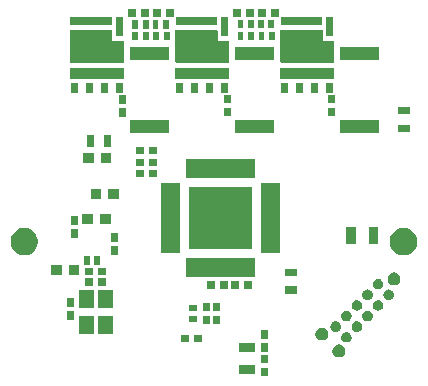
<source format=gbs>
G04 #@! TF.GenerationSoftware,KiCad,Pcbnew,(5.1.5)-3*
G04 #@! TF.CreationDate,2020-04-05T02:52:48-02:30*
G04 #@! TF.ProjectId,Thruster_Controller,54687275-7374-4657-925f-436f6e74726f,rev?*
G04 #@! TF.SameCoordinates,Original*
G04 #@! TF.FileFunction,Soldermask,Bot*
G04 #@! TF.FilePolarity,Negative*
%FSLAX46Y46*%
G04 Gerber Fmt 4.6, Leading zero omitted, Abs format (unit mm)*
G04 Created by KiCad (PCBNEW (5.1.5)-3) date 2020-04-05 02:52:48*
%MOMM*%
%LPD*%
G04 APERTURE LIST*
%ADD10C,0.100000*%
G04 APERTURE END LIST*
D10*
G36*
X104051000Y-115901000D02*
G01*
X103449000Y-115901000D01*
X103449000Y-115199000D01*
X104051000Y-115199000D01*
X104051000Y-115901000D01*
G37*
G36*
X102951000Y-115751000D02*
G01*
X101549000Y-115751000D01*
X101549000Y-114949000D01*
X102951000Y-114949000D01*
X102951000Y-115751000D01*
G37*
G36*
X104051000Y-114801000D02*
G01*
X103449000Y-114801000D01*
X103449000Y-114099000D01*
X104051000Y-114099000D01*
X104051000Y-114801000D01*
G37*
G36*
X110183694Y-113237191D02*
G01*
X110283114Y-113278372D01*
X110372590Y-113338158D01*
X110448683Y-113414251D01*
X110508469Y-113503727D01*
X110549650Y-113603147D01*
X110570644Y-113708691D01*
X110570644Y-113816303D01*
X110549650Y-113921847D01*
X110508469Y-114021267D01*
X110448683Y-114110743D01*
X110372590Y-114186836D01*
X110283114Y-114246622D01*
X110183694Y-114287803D01*
X110078150Y-114308797D01*
X109970538Y-114308797D01*
X109864994Y-114287803D01*
X109765574Y-114246622D01*
X109676098Y-114186836D01*
X109600005Y-114110743D01*
X109540219Y-114021267D01*
X109499038Y-113921847D01*
X109478044Y-113816303D01*
X109478044Y-113708691D01*
X109499038Y-113603147D01*
X109540219Y-113503727D01*
X109600005Y-113414251D01*
X109676098Y-113338158D01*
X109765574Y-113278372D01*
X109864994Y-113237191D01*
X109970538Y-113216197D01*
X110078150Y-113216197D01*
X110183694Y-113237191D01*
G37*
G36*
X102951000Y-113851000D02*
G01*
X101549000Y-113851000D01*
X101549000Y-113049000D01*
X102951000Y-113049000D01*
X102951000Y-113851000D01*
G37*
G36*
X104051000Y-113826000D02*
G01*
X103449000Y-113826000D01*
X103449000Y-113124000D01*
X104051000Y-113124000D01*
X104051000Y-113826000D01*
G37*
G36*
X110739719Y-112158909D02*
G01*
X110782676Y-112167453D01*
X110863607Y-112200976D01*
X110936442Y-112249643D01*
X110998383Y-112311584D01*
X111047050Y-112384419D01*
X111080573Y-112465350D01*
X111097662Y-112551265D01*
X111097662Y-112638863D01*
X111080573Y-112724778D01*
X111047050Y-112805709D01*
X110998383Y-112878544D01*
X110936442Y-112940485D01*
X110863607Y-112989152D01*
X110782676Y-113022675D01*
X110739718Y-113031220D01*
X110696763Y-113039764D01*
X110609161Y-113039764D01*
X110566206Y-113031220D01*
X110523248Y-113022675D01*
X110442317Y-112989152D01*
X110369482Y-112940485D01*
X110307541Y-112878544D01*
X110258874Y-112805709D01*
X110225351Y-112724778D01*
X110208262Y-112638863D01*
X110208262Y-112551265D01*
X110225351Y-112465350D01*
X110258874Y-112384419D01*
X110307541Y-112311584D01*
X110369482Y-112249643D01*
X110442317Y-112200976D01*
X110523248Y-112167453D01*
X110566205Y-112158909D01*
X110609161Y-112150364D01*
X110696763Y-112150364D01*
X110739719Y-112158909D01*
G37*
G36*
X98426000Y-113026000D02*
G01*
X97724000Y-113026000D01*
X97724000Y-112424000D01*
X98426000Y-112424000D01*
X98426000Y-113026000D01*
G37*
G36*
X97326000Y-113026000D02*
G01*
X96624000Y-113026000D01*
X96624000Y-112424000D01*
X97326000Y-112424000D01*
X97326000Y-113026000D01*
G37*
G36*
X108746853Y-111800350D02*
G01*
X108846273Y-111841531D01*
X108935749Y-111901317D01*
X109011842Y-111977410D01*
X109071628Y-112066886D01*
X109112809Y-112166306D01*
X109133803Y-112271850D01*
X109133803Y-112379462D01*
X109112809Y-112485006D01*
X109071628Y-112584426D01*
X109011842Y-112673902D01*
X108935749Y-112749995D01*
X108846273Y-112809781D01*
X108746853Y-112850962D01*
X108641309Y-112871956D01*
X108533697Y-112871956D01*
X108428153Y-112850962D01*
X108328733Y-112809781D01*
X108239257Y-112749995D01*
X108163164Y-112673902D01*
X108103378Y-112584426D01*
X108062197Y-112485006D01*
X108041203Y-112379462D01*
X108041203Y-112271850D01*
X108062197Y-112166306D01*
X108103378Y-112066886D01*
X108163164Y-111977410D01*
X108239257Y-111901317D01*
X108328733Y-111841531D01*
X108428153Y-111800350D01*
X108533697Y-111779356D01*
X108641309Y-111779356D01*
X108746853Y-111800350D01*
G37*
G36*
X104051000Y-112726000D02*
G01*
X103449000Y-112726000D01*
X103449000Y-112024000D01*
X104051000Y-112024000D01*
X104051000Y-112726000D01*
G37*
G36*
X89276000Y-112326000D02*
G01*
X88024000Y-112326000D01*
X88024000Y-110824000D01*
X89276000Y-110824000D01*
X89276000Y-112326000D01*
G37*
G36*
X90876000Y-112326000D02*
G01*
X89624000Y-112326000D01*
X89624000Y-110824000D01*
X90876000Y-110824000D01*
X90876000Y-112326000D01*
G37*
G36*
X111637743Y-111260882D02*
G01*
X111680701Y-111269427D01*
X111761632Y-111302950D01*
X111834467Y-111351617D01*
X111896408Y-111413558D01*
X111945075Y-111486393D01*
X111978598Y-111567324D01*
X111995687Y-111653239D01*
X111995687Y-111740837D01*
X111978598Y-111826752D01*
X111945075Y-111907683D01*
X111896408Y-111980518D01*
X111834467Y-112042459D01*
X111761632Y-112091126D01*
X111680701Y-112124649D01*
X111637744Y-112133193D01*
X111594788Y-112141738D01*
X111507186Y-112141738D01*
X111464230Y-112133193D01*
X111421273Y-112124649D01*
X111340342Y-112091126D01*
X111267507Y-112042459D01*
X111205566Y-111980518D01*
X111156899Y-111907683D01*
X111123376Y-111826752D01*
X111106287Y-111740837D01*
X111106287Y-111653239D01*
X111123376Y-111567324D01*
X111156899Y-111486393D01*
X111205566Y-111413558D01*
X111267507Y-111351617D01*
X111340342Y-111302950D01*
X111421273Y-111269427D01*
X111464231Y-111260882D01*
X111507186Y-111252338D01*
X111594788Y-111252338D01*
X111637743Y-111260882D01*
G37*
G36*
X109841692Y-111260882D02*
G01*
X109884650Y-111269427D01*
X109965581Y-111302950D01*
X110038416Y-111351617D01*
X110100357Y-111413558D01*
X110149024Y-111486393D01*
X110182547Y-111567324D01*
X110199636Y-111653239D01*
X110199636Y-111740837D01*
X110182547Y-111826752D01*
X110149024Y-111907683D01*
X110100357Y-111980518D01*
X110038416Y-112042459D01*
X109965581Y-112091126D01*
X109884650Y-112124649D01*
X109841693Y-112133193D01*
X109798737Y-112141738D01*
X109711135Y-112141738D01*
X109668179Y-112133193D01*
X109625222Y-112124649D01*
X109544291Y-112091126D01*
X109471456Y-112042459D01*
X109409515Y-111980518D01*
X109360848Y-111907683D01*
X109327325Y-111826752D01*
X109310236Y-111740837D01*
X109310236Y-111653239D01*
X109327325Y-111567324D01*
X109360848Y-111486393D01*
X109409515Y-111413558D01*
X109471456Y-111351617D01*
X109544291Y-111302950D01*
X109625222Y-111269427D01*
X109668180Y-111260882D01*
X109711135Y-111252338D01*
X109798737Y-111252338D01*
X109841692Y-111260882D01*
G37*
G36*
X99126000Y-111501000D02*
G01*
X98524000Y-111501000D01*
X98524000Y-110799000D01*
X99126000Y-110799000D01*
X99126000Y-111501000D01*
G37*
G36*
X100001000Y-111501000D02*
G01*
X99399000Y-111501000D01*
X99399000Y-110799000D01*
X100001000Y-110799000D01*
X100001000Y-111501000D01*
G37*
G36*
X98051000Y-111276000D02*
G01*
X97349000Y-111276000D01*
X97349000Y-110774000D01*
X98051000Y-110774000D01*
X98051000Y-111276000D01*
G37*
G36*
X110739718Y-110362857D02*
G01*
X110782676Y-110371402D01*
X110863607Y-110404925D01*
X110936442Y-110453592D01*
X110998383Y-110515533D01*
X111047050Y-110588368D01*
X111080573Y-110669299D01*
X111097662Y-110755214D01*
X111097662Y-110842812D01*
X111080573Y-110928727D01*
X111047050Y-111009658D01*
X110998383Y-111082493D01*
X110936442Y-111144434D01*
X110863607Y-111193101D01*
X110782676Y-111226624D01*
X110739718Y-111235169D01*
X110696763Y-111243713D01*
X110609161Y-111243713D01*
X110566206Y-111235169D01*
X110523248Y-111226624D01*
X110442317Y-111193101D01*
X110369482Y-111144434D01*
X110307541Y-111082493D01*
X110258874Y-111009658D01*
X110225351Y-110928727D01*
X110208262Y-110842812D01*
X110208262Y-110755214D01*
X110225351Y-110669299D01*
X110258874Y-110588368D01*
X110307541Y-110515533D01*
X110369482Y-110453592D01*
X110442317Y-110404925D01*
X110523248Y-110371402D01*
X110566206Y-110362857D01*
X110609161Y-110354313D01*
X110696763Y-110354313D01*
X110739718Y-110362857D01*
G37*
G36*
X112535769Y-110362857D02*
G01*
X112578727Y-110371402D01*
X112659658Y-110404925D01*
X112732493Y-110453592D01*
X112794434Y-110515533D01*
X112843101Y-110588368D01*
X112876624Y-110669299D01*
X112893713Y-110755214D01*
X112893713Y-110842812D01*
X112876624Y-110928727D01*
X112843101Y-111009658D01*
X112794434Y-111082493D01*
X112732493Y-111144434D01*
X112659658Y-111193101D01*
X112578727Y-111226624D01*
X112535769Y-111235169D01*
X112492814Y-111243713D01*
X112405212Y-111243713D01*
X112362257Y-111235169D01*
X112319299Y-111226624D01*
X112238368Y-111193101D01*
X112165533Y-111144434D01*
X112103592Y-111082493D01*
X112054925Y-111009658D01*
X112021402Y-110928727D01*
X112004313Y-110842812D01*
X112004313Y-110755214D01*
X112021402Y-110669299D01*
X112054925Y-110588368D01*
X112103592Y-110515533D01*
X112165533Y-110453592D01*
X112238368Y-110404925D01*
X112319299Y-110371402D01*
X112362257Y-110362857D01*
X112405212Y-110354313D01*
X112492814Y-110354313D01*
X112535769Y-110362857D01*
G37*
G36*
X87576000Y-111101000D02*
G01*
X86974000Y-111101000D01*
X86974000Y-110399000D01*
X87576000Y-110399000D01*
X87576000Y-111101000D01*
G37*
G36*
X100001000Y-110401000D02*
G01*
X99399000Y-110401000D01*
X99399000Y-109699000D01*
X100001000Y-109699000D01*
X100001000Y-110401000D01*
G37*
G36*
X99126000Y-110401000D02*
G01*
X98524000Y-110401000D01*
X98524000Y-109699000D01*
X99126000Y-109699000D01*
X99126000Y-110401000D01*
G37*
G36*
X98051000Y-110376000D02*
G01*
X97349000Y-110376000D01*
X97349000Y-109874000D01*
X98051000Y-109874000D01*
X98051000Y-110376000D01*
G37*
G36*
X113433794Y-109464831D02*
G01*
X113476752Y-109473376D01*
X113557683Y-109506899D01*
X113630518Y-109555566D01*
X113692459Y-109617507D01*
X113741126Y-109690342D01*
X113774649Y-109771273D01*
X113791738Y-109857188D01*
X113791738Y-109944786D01*
X113774649Y-110030701D01*
X113741126Y-110111632D01*
X113692459Y-110184467D01*
X113630518Y-110246408D01*
X113557683Y-110295075D01*
X113476752Y-110328598D01*
X113433795Y-110337142D01*
X113390839Y-110345687D01*
X113303237Y-110345687D01*
X113260281Y-110337142D01*
X113217324Y-110328598D01*
X113136393Y-110295075D01*
X113063558Y-110246408D01*
X113001617Y-110184467D01*
X112952950Y-110111632D01*
X112919427Y-110030701D01*
X112902338Y-109944786D01*
X112902338Y-109857188D01*
X112919427Y-109771273D01*
X112952950Y-109690342D01*
X113001617Y-109617507D01*
X113063558Y-109555566D01*
X113136393Y-109506899D01*
X113217324Y-109473376D01*
X113260282Y-109464831D01*
X113303237Y-109456287D01*
X113390839Y-109456287D01*
X113433794Y-109464831D01*
G37*
G36*
X111637743Y-109464831D02*
G01*
X111680701Y-109473376D01*
X111761632Y-109506899D01*
X111834467Y-109555566D01*
X111896408Y-109617507D01*
X111945075Y-109690342D01*
X111978598Y-109771273D01*
X111995687Y-109857188D01*
X111995687Y-109944786D01*
X111978598Y-110030701D01*
X111945075Y-110111632D01*
X111896408Y-110184467D01*
X111834467Y-110246408D01*
X111761632Y-110295075D01*
X111680701Y-110328598D01*
X111637744Y-110337142D01*
X111594788Y-110345687D01*
X111507186Y-110345687D01*
X111464230Y-110337142D01*
X111421273Y-110328598D01*
X111340342Y-110295075D01*
X111267507Y-110246408D01*
X111205566Y-110184467D01*
X111156899Y-110111632D01*
X111123376Y-110030701D01*
X111106287Y-109944786D01*
X111106287Y-109857188D01*
X111123376Y-109771273D01*
X111156899Y-109690342D01*
X111205566Y-109617507D01*
X111267507Y-109555566D01*
X111340342Y-109506899D01*
X111421273Y-109473376D01*
X111464231Y-109464831D01*
X111507186Y-109456287D01*
X111594788Y-109456287D01*
X111637743Y-109464831D01*
G37*
G36*
X89276000Y-110126000D02*
G01*
X88024000Y-110126000D01*
X88024000Y-108624000D01*
X89276000Y-108624000D01*
X89276000Y-110126000D01*
G37*
G36*
X90876000Y-110126000D02*
G01*
X89624000Y-110126000D01*
X89624000Y-108624000D01*
X90876000Y-108624000D01*
X90876000Y-110126000D01*
G37*
G36*
X87576000Y-110001000D02*
G01*
X86974000Y-110001000D01*
X86974000Y-109299000D01*
X87576000Y-109299000D01*
X87576000Y-110001000D01*
G37*
G36*
X112535770Y-108566807D02*
G01*
X112578727Y-108575351D01*
X112659658Y-108608874D01*
X112732493Y-108657541D01*
X112794434Y-108719482D01*
X112843101Y-108792317D01*
X112876624Y-108873248D01*
X112893713Y-108959163D01*
X112893713Y-109046761D01*
X112876624Y-109132676D01*
X112843101Y-109213607D01*
X112794434Y-109286442D01*
X112732493Y-109348383D01*
X112659658Y-109397050D01*
X112578727Y-109430573D01*
X112535769Y-109439118D01*
X112492814Y-109447662D01*
X112405212Y-109447662D01*
X112362257Y-109439118D01*
X112319299Y-109430573D01*
X112238368Y-109397050D01*
X112165533Y-109348383D01*
X112103592Y-109286442D01*
X112054925Y-109213607D01*
X112021402Y-109132676D01*
X112004313Y-109046761D01*
X112004313Y-108959163D01*
X112021402Y-108873248D01*
X112054925Y-108792317D01*
X112103592Y-108719482D01*
X112165533Y-108657541D01*
X112238368Y-108608874D01*
X112319299Y-108575351D01*
X112362256Y-108566807D01*
X112405212Y-108558262D01*
X112492814Y-108558262D01*
X112535770Y-108566807D01*
G37*
G36*
X114331821Y-108566807D02*
G01*
X114374778Y-108575351D01*
X114455709Y-108608874D01*
X114528544Y-108657541D01*
X114590485Y-108719482D01*
X114639152Y-108792317D01*
X114672675Y-108873248D01*
X114689764Y-108959163D01*
X114689764Y-109046761D01*
X114672675Y-109132676D01*
X114639152Y-109213607D01*
X114590485Y-109286442D01*
X114528544Y-109348383D01*
X114455709Y-109397050D01*
X114374778Y-109430573D01*
X114331820Y-109439118D01*
X114288865Y-109447662D01*
X114201263Y-109447662D01*
X114158308Y-109439118D01*
X114115350Y-109430573D01*
X114034419Y-109397050D01*
X113961584Y-109348383D01*
X113899643Y-109286442D01*
X113850976Y-109213607D01*
X113817453Y-109132676D01*
X113800364Y-109046761D01*
X113800364Y-108959163D01*
X113817453Y-108873248D01*
X113850976Y-108792317D01*
X113899643Y-108719482D01*
X113961584Y-108657541D01*
X114034419Y-108608874D01*
X114115350Y-108575351D01*
X114158307Y-108566807D01*
X114201263Y-108558262D01*
X114288865Y-108558262D01*
X114331821Y-108566807D01*
G37*
G36*
X106476000Y-108901000D02*
G01*
X105474000Y-108901000D01*
X105474000Y-108299000D01*
X106476000Y-108299000D01*
X106476000Y-108901000D01*
G37*
G36*
X113433794Y-107668780D02*
G01*
X113476752Y-107677325D01*
X113557683Y-107710848D01*
X113630518Y-107759515D01*
X113692459Y-107821456D01*
X113741126Y-107894291D01*
X113774649Y-107975222D01*
X113791738Y-108061137D01*
X113791738Y-108148735D01*
X113774649Y-108234650D01*
X113741126Y-108315581D01*
X113692459Y-108388416D01*
X113630518Y-108450357D01*
X113557683Y-108499024D01*
X113476752Y-108532547D01*
X113433794Y-108541092D01*
X113390839Y-108549636D01*
X113303237Y-108549636D01*
X113260282Y-108541092D01*
X113217324Y-108532547D01*
X113136393Y-108499024D01*
X113063558Y-108450357D01*
X113001617Y-108388416D01*
X112952950Y-108315581D01*
X112919427Y-108234650D01*
X112902338Y-108148735D01*
X112902338Y-108061137D01*
X112919427Y-107975222D01*
X112952950Y-107894291D01*
X113001617Y-107821456D01*
X113063558Y-107759515D01*
X113136393Y-107710848D01*
X113217324Y-107677325D01*
X113260282Y-107668780D01*
X113303237Y-107660236D01*
X113390839Y-107660236D01*
X113433794Y-107668780D01*
G37*
G36*
X102701000Y-108476000D02*
G01*
X101999000Y-108476000D01*
X101999000Y-107874000D01*
X102701000Y-107874000D01*
X102701000Y-108476000D01*
G37*
G36*
X99526000Y-108476000D02*
G01*
X98824000Y-108476000D01*
X98824000Y-107874000D01*
X99526000Y-107874000D01*
X99526000Y-108476000D01*
G37*
G36*
X101601000Y-108476000D02*
G01*
X100899000Y-108476000D01*
X100899000Y-107874000D01*
X101601000Y-107874000D01*
X101601000Y-108476000D01*
G37*
G36*
X100626000Y-108476000D02*
G01*
X99924000Y-108476000D01*
X99924000Y-107874000D01*
X100626000Y-107874000D01*
X100626000Y-108476000D01*
G37*
G36*
X90326000Y-108226000D02*
G01*
X89624000Y-108226000D01*
X89624000Y-107624000D01*
X90326000Y-107624000D01*
X90326000Y-108226000D01*
G37*
G36*
X89226000Y-108226000D02*
G01*
X88524000Y-108226000D01*
X88524000Y-107624000D01*
X89226000Y-107624000D01*
X89226000Y-108226000D01*
G37*
G36*
X114853427Y-107130617D02*
G01*
X114952847Y-107171798D01*
X115042323Y-107231584D01*
X115118416Y-107307677D01*
X115178202Y-107397153D01*
X115219383Y-107496573D01*
X115240377Y-107602117D01*
X115240377Y-107709729D01*
X115219383Y-107815273D01*
X115178202Y-107914693D01*
X115118416Y-108004169D01*
X115042323Y-108080262D01*
X114952847Y-108140048D01*
X114853427Y-108181229D01*
X114747883Y-108202223D01*
X114640271Y-108202223D01*
X114534727Y-108181229D01*
X114435307Y-108140048D01*
X114345831Y-108080262D01*
X114269738Y-108004169D01*
X114209952Y-107914693D01*
X114168771Y-107815273D01*
X114147777Y-107709729D01*
X114147777Y-107602117D01*
X114168771Y-107496573D01*
X114209952Y-107397153D01*
X114269738Y-107307677D01*
X114345831Y-107231584D01*
X114435307Y-107171798D01*
X114534727Y-107130617D01*
X114640271Y-107109623D01*
X114747883Y-107109623D01*
X114853427Y-107130617D01*
G37*
G36*
X102951000Y-107501000D02*
G01*
X97049000Y-107501000D01*
X97049000Y-105899000D01*
X102951000Y-105899000D01*
X102951000Y-107501000D01*
G37*
G36*
X106476000Y-107401000D02*
G01*
X105474000Y-107401000D01*
X105474000Y-106799000D01*
X106476000Y-106799000D01*
X106476000Y-107401000D01*
G37*
G36*
X90351000Y-107351000D02*
G01*
X89649000Y-107351000D01*
X89649000Y-106749000D01*
X90351000Y-106749000D01*
X90351000Y-107351000D01*
G37*
G36*
X89251000Y-107351000D02*
G01*
X88549000Y-107351000D01*
X88549000Y-106749000D01*
X89251000Y-106749000D01*
X89251000Y-107351000D01*
G37*
G36*
X88051000Y-107326000D02*
G01*
X87149000Y-107326000D01*
X87149000Y-106474000D01*
X88051000Y-106474000D01*
X88051000Y-107326000D01*
G37*
G36*
X86551000Y-107326000D02*
G01*
X85649000Y-107326000D01*
X85649000Y-106474000D01*
X86551000Y-106474000D01*
X86551000Y-107326000D01*
G37*
G36*
X88926000Y-106451000D02*
G01*
X88424000Y-106451000D01*
X88424000Y-105749000D01*
X88926000Y-105749000D01*
X88926000Y-106451000D01*
G37*
G36*
X89826000Y-106451000D02*
G01*
X89324000Y-106451000D01*
X89324000Y-105749000D01*
X89826000Y-105749000D01*
X89826000Y-106451000D01*
G37*
G36*
X115687487Y-103363744D02*
G01*
X115835734Y-103393232D01*
X116045203Y-103479997D01*
X116233720Y-103605960D01*
X116394040Y-103766280D01*
X116520003Y-103954797D01*
X116606768Y-104164266D01*
X116651000Y-104386636D01*
X116651000Y-104613364D01*
X116606768Y-104835734D01*
X116520003Y-105045203D01*
X116394040Y-105233720D01*
X116233720Y-105394040D01*
X116045203Y-105520003D01*
X115835734Y-105606768D01*
X115687487Y-105636256D01*
X115613365Y-105651000D01*
X115386635Y-105651000D01*
X115312513Y-105636256D01*
X115164266Y-105606768D01*
X114954797Y-105520003D01*
X114766280Y-105394040D01*
X114605960Y-105233720D01*
X114479997Y-105045203D01*
X114393232Y-104835734D01*
X114349000Y-104613364D01*
X114349000Y-104386636D01*
X114393232Y-104164266D01*
X114479997Y-103954797D01*
X114605960Y-103766280D01*
X114766280Y-103605960D01*
X114954797Y-103479997D01*
X115164266Y-103393232D01*
X115312513Y-103363744D01*
X115386635Y-103349000D01*
X115613365Y-103349000D01*
X115687487Y-103363744D01*
G37*
G36*
X83587487Y-103363744D02*
G01*
X83735734Y-103393232D01*
X83945203Y-103479997D01*
X84133720Y-103605960D01*
X84294040Y-103766280D01*
X84420003Y-103954797D01*
X84506768Y-104164266D01*
X84551000Y-104386636D01*
X84551000Y-104613364D01*
X84506768Y-104835734D01*
X84420003Y-105045203D01*
X84294040Y-105233720D01*
X84133720Y-105394040D01*
X83945203Y-105520003D01*
X83735734Y-105606768D01*
X83587487Y-105636256D01*
X83513365Y-105651000D01*
X83286635Y-105651000D01*
X83212513Y-105636256D01*
X83064266Y-105606768D01*
X82854797Y-105520003D01*
X82666280Y-105394040D01*
X82505960Y-105233720D01*
X82379997Y-105045203D01*
X82293232Y-104835734D01*
X82249000Y-104613364D01*
X82249000Y-104386636D01*
X82293232Y-104164266D01*
X82379997Y-103954797D01*
X82505960Y-103766280D01*
X82666280Y-103605960D01*
X82854797Y-103479997D01*
X83064266Y-103393232D01*
X83212513Y-103363744D01*
X83286635Y-103349000D01*
X83513365Y-103349000D01*
X83587487Y-103363744D01*
G37*
G36*
X91301000Y-105601000D02*
G01*
X90699000Y-105601000D01*
X90699000Y-104899000D01*
X91301000Y-104899000D01*
X91301000Y-105601000D01*
G37*
G36*
X96601000Y-105451000D02*
G01*
X94999000Y-105451000D01*
X94999000Y-99549000D01*
X96601000Y-99549000D01*
X96601000Y-105451000D01*
G37*
G36*
X105001000Y-105451000D02*
G01*
X103399000Y-105451000D01*
X103399000Y-99549000D01*
X105001000Y-99549000D01*
X105001000Y-105451000D01*
G37*
G36*
X102636000Y-105136000D02*
G01*
X97364000Y-105136000D01*
X97364000Y-99864000D01*
X102636000Y-99864000D01*
X102636000Y-105136000D01*
G37*
G36*
X111451000Y-104711000D02*
G01*
X110649000Y-104711000D01*
X110649000Y-103309000D01*
X111451000Y-103309000D01*
X111451000Y-104711000D01*
G37*
G36*
X113351000Y-104711000D02*
G01*
X112549000Y-104711000D01*
X112549000Y-103309000D01*
X113351000Y-103309000D01*
X113351000Y-104711000D01*
G37*
G36*
X91301000Y-104501000D02*
G01*
X90699000Y-104501000D01*
X90699000Y-103799000D01*
X91301000Y-103799000D01*
X91301000Y-104501000D01*
G37*
G36*
X87976000Y-104176000D02*
G01*
X87374000Y-104176000D01*
X87374000Y-103474000D01*
X87976000Y-103474000D01*
X87976000Y-104176000D01*
G37*
G36*
X87976000Y-103076000D02*
G01*
X87374000Y-103076000D01*
X87374000Y-102374000D01*
X87976000Y-102374000D01*
X87976000Y-103076000D01*
G37*
G36*
X90701000Y-103051000D02*
G01*
X89799000Y-103051000D01*
X89799000Y-102199000D01*
X90701000Y-102199000D01*
X90701000Y-103051000D01*
G37*
G36*
X89201000Y-103051000D02*
G01*
X88299000Y-103051000D01*
X88299000Y-102199000D01*
X89201000Y-102199000D01*
X89201000Y-103051000D01*
G37*
G36*
X89901000Y-100901000D02*
G01*
X88999000Y-100901000D01*
X88999000Y-100049000D01*
X89901000Y-100049000D01*
X89901000Y-100901000D01*
G37*
G36*
X91401000Y-100901000D02*
G01*
X90499000Y-100901000D01*
X90499000Y-100049000D01*
X91401000Y-100049000D01*
X91401000Y-100901000D01*
G37*
G36*
X102951000Y-99101000D02*
G01*
X97049000Y-99101000D01*
X97049000Y-97499000D01*
X102951000Y-97499000D01*
X102951000Y-99101000D01*
G37*
G36*
X93551000Y-99051000D02*
G01*
X92849000Y-99051000D01*
X92849000Y-98449000D01*
X93551000Y-98449000D01*
X93551000Y-99051000D01*
G37*
G36*
X94651000Y-99051000D02*
G01*
X93949000Y-99051000D01*
X93949000Y-98449000D01*
X94651000Y-98449000D01*
X94651000Y-99051000D01*
G37*
G36*
X94651000Y-98076000D02*
G01*
X93949000Y-98076000D01*
X93949000Y-97474000D01*
X94651000Y-97474000D01*
X94651000Y-98076000D01*
G37*
G36*
X93551000Y-98076000D02*
G01*
X92849000Y-98076000D01*
X92849000Y-97474000D01*
X93551000Y-97474000D01*
X93551000Y-98076000D01*
G37*
G36*
X89276000Y-97851000D02*
G01*
X88374000Y-97851000D01*
X88374000Y-96999000D01*
X89276000Y-96999000D01*
X89276000Y-97851000D01*
G37*
G36*
X90776000Y-97851000D02*
G01*
X89874000Y-97851000D01*
X89874000Y-96999000D01*
X90776000Y-96999000D01*
X90776000Y-97851000D01*
G37*
G36*
X94651000Y-97101000D02*
G01*
X93949000Y-97101000D01*
X93949000Y-96499000D01*
X94651000Y-96499000D01*
X94651000Y-97101000D01*
G37*
G36*
X93551000Y-97101000D02*
G01*
X92849000Y-97101000D01*
X92849000Y-96499000D01*
X93551000Y-96499000D01*
X93551000Y-97101000D01*
G37*
G36*
X90776000Y-96501000D02*
G01*
X90174000Y-96501000D01*
X90174000Y-95499000D01*
X90776000Y-95499000D01*
X90776000Y-96501000D01*
G37*
G36*
X89276000Y-96501000D02*
G01*
X88674000Y-96501000D01*
X88674000Y-95499000D01*
X89276000Y-95499000D01*
X89276000Y-96501000D01*
G37*
G36*
X95651000Y-95301000D02*
G01*
X92349000Y-95301000D01*
X92349000Y-94199000D01*
X95651000Y-94199000D01*
X95651000Y-95301000D01*
G37*
G36*
X113451000Y-95301000D02*
G01*
X110149000Y-95301000D01*
X110149000Y-94199000D01*
X113451000Y-94199000D01*
X113451000Y-95301000D01*
G37*
G36*
X104551000Y-95301000D02*
G01*
X101249000Y-95301000D01*
X101249000Y-94199000D01*
X104551000Y-94199000D01*
X104551000Y-95301000D01*
G37*
G36*
X116031000Y-95201000D02*
G01*
X115029000Y-95201000D01*
X115029000Y-94599000D01*
X116031000Y-94599000D01*
X116031000Y-95201000D01*
G37*
G36*
X91976000Y-93926000D02*
G01*
X91374000Y-93926000D01*
X91374000Y-93224000D01*
X91976000Y-93224000D01*
X91976000Y-93926000D01*
G37*
G36*
X109726000Y-93901000D02*
G01*
X109124000Y-93901000D01*
X109124000Y-93199000D01*
X109726000Y-93199000D01*
X109726000Y-93901000D01*
G37*
G36*
X100876000Y-93901000D02*
G01*
X100274000Y-93901000D01*
X100274000Y-93199000D01*
X100876000Y-93199000D01*
X100876000Y-93901000D01*
G37*
G36*
X116031000Y-93701000D02*
G01*
X115029000Y-93701000D01*
X115029000Y-93099000D01*
X116031000Y-93099000D01*
X116031000Y-93701000D01*
G37*
G36*
X91976000Y-92826000D02*
G01*
X91374000Y-92826000D01*
X91374000Y-92124000D01*
X91976000Y-92124000D01*
X91976000Y-92826000D01*
G37*
G36*
X100876000Y-92801000D02*
G01*
X100274000Y-92801000D01*
X100274000Y-92099000D01*
X100876000Y-92099000D01*
X100876000Y-92801000D01*
G37*
G36*
X109726000Y-92801000D02*
G01*
X109124000Y-92801000D01*
X109124000Y-92099000D01*
X109726000Y-92099000D01*
X109726000Y-92801000D01*
G37*
G36*
X89199690Y-91095625D02*
G01*
X89203437Y-91096762D01*
X89206891Y-91098607D01*
X89209913Y-91101087D01*
X89212393Y-91104109D01*
X89214238Y-91107563D01*
X89215375Y-91111310D01*
X89216000Y-91117654D01*
X89216000Y-91874346D01*
X89215375Y-91880690D01*
X89214238Y-91884437D01*
X89212393Y-91887891D01*
X89209913Y-91890913D01*
X89206891Y-91893393D01*
X89203437Y-91895238D01*
X89199690Y-91896375D01*
X89193346Y-91897000D01*
X88636654Y-91897000D01*
X88630310Y-91896375D01*
X88626563Y-91895238D01*
X88623109Y-91893393D01*
X88620087Y-91890913D01*
X88617607Y-91887891D01*
X88615762Y-91884437D01*
X88614625Y-91880690D01*
X88614000Y-91874346D01*
X88614000Y-91117654D01*
X88614625Y-91111310D01*
X88615762Y-91107563D01*
X88617607Y-91104109D01*
X88620087Y-91101087D01*
X88623109Y-91098607D01*
X88626563Y-91096762D01*
X88630310Y-91095625D01*
X88636654Y-91095000D01*
X89193346Y-91095000D01*
X89199690Y-91095625D01*
G37*
G36*
X100639690Y-91095625D02*
G01*
X100643437Y-91096762D01*
X100646891Y-91098607D01*
X100649913Y-91101087D01*
X100652393Y-91104109D01*
X100654238Y-91107563D01*
X100655375Y-91111310D01*
X100656000Y-91117654D01*
X100656000Y-91874346D01*
X100655375Y-91880690D01*
X100654238Y-91884437D01*
X100652393Y-91887891D01*
X100649913Y-91890913D01*
X100646891Y-91893393D01*
X100643437Y-91895238D01*
X100639690Y-91896375D01*
X100633346Y-91897000D01*
X100076654Y-91897000D01*
X100070310Y-91896375D01*
X100066563Y-91895238D01*
X100063109Y-91893393D01*
X100060087Y-91890913D01*
X100057607Y-91887891D01*
X100055762Y-91884437D01*
X100054625Y-91880690D01*
X100054000Y-91874346D01*
X100054000Y-91117654D01*
X100054625Y-91111310D01*
X100055762Y-91107563D01*
X100057607Y-91104109D01*
X100060087Y-91101087D01*
X100063109Y-91098607D01*
X100066563Y-91096762D01*
X100070310Y-91095625D01*
X100076654Y-91095000D01*
X100633346Y-91095000D01*
X100639690Y-91095625D01*
G37*
G36*
X90469690Y-91095625D02*
G01*
X90473437Y-91096762D01*
X90476891Y-91098607D01*
X90479913Y-91101087D01*
X90482393Y-91104109D01*
X90484238Y-91107563D01*
X90485375Y-91111310D01*
X90486000Y-91117654D01*
X90486000Y-91874346D01*
X90485375Y-91880690D01*
X90484238Y-91884437D01*
X90482393Y-91887891D01*
X90479913Y-91890913D01*
X90476891Y-91893393D01*
X90473437Y-91895238D01*
X90469690Y-91896375D01*
X90463346Y-91897000D01*
X89906654Y-91897000D01*
X89900310Y-91896375D01*
X89896563Y-91895238D01*
X89893109Y-91893393D01*
X89890087Y-91890913D01*
X89887607Y-91887891D01*
X89885762Y-91884437D01*
X89884625Y-91880690D01*
X89884000Y-91874346D01*
X89884000Y-91117654D01*
X89884625Y-91111310D01*
X89885762Y-91107563D01*
X89887607Y-91104109D01*
X89890087Y-91101087D01*
X89893109Y-91098607D01*
X89896563Y-91096762D01*
X89900310Y-91095625D01*
X89906654Y-91095000D01*
X90463346Y-91095000D01*
X90469690Y-91095625D01*
G37*
G36*
X87929690Y-91095625D02*
G01*
X87933437Y-91096762D01*
X87936891Y-91098607D01*
X87939913Y-91101087D01*
X87942393Y-91104109D01*
X87944238Y-91107563D01*
X87945375Y-91111310D01*
X87946000Y-91117654D01*
X87946000Y-91874346D01*
X87945375Y-91880690D01*
X87944238Y-91884437D01*
X87942393Y-91887891D01*
X87939913Y-91890913D01*
X87936891Y-91893393D01*
X87933437Y-91895238D01*
X87929690Y-91896375D01*
X87923346Y-91897000D01*
X87366654Y-91897000D01*
X87360310Y-91896375D01*
X87356563Y-91895238D01*
X87353109Y-91893393D01*
X87350087Y-91890913D01*
X87347607Y-91887891D01*
X87345762Y-91884437D01*
X87344625Y-91880690D01*
X87344000Y-91874346D01*
X87344000Y-91117654D01*
X87344625Y-91111310D01*
X87345762Y-91107563D01*
X87347607Y-91104109D01*
X87350087Y-91101087D01*
X87353109Y-91098607D01*
X87356563Y-91096762D01*
X87360310Y-91095625D01*
X87366654Y-91095000D01*
X87923346Y-91095000D01*
X87929690Y-91095625D01*
G37*
G36*
X91739690Y-91095625D02*
G01*
X91743437Y-91096762D01*
X91746891Y-91098607D01*
X91749913Y-91101087D01*
X91752393Y-91104109D01*
X91754238Y-91107563D01*
X91755375Y-91111310D01*
X91756000Y-91117654D01*
X91756000Y-91874346D01*
X91755375Y-91880690D01*
X91754238Y-91884437D01*
X91752393Y-91887891D01*
X91749913Y-91890913D01*
X91746891Y-91893393D01*
X91743437Y-91895238D01*
X91739690Y-91896375D01*
X91733346Y-91897000D01*
X91176654Y-91897000D01*
X91170310Y-91896375D01*
X91166563Y-91895238D01*
X91163109Y-91893393D01*
X91160087Y-91890913D01*
X91157607Y-91887891D01*
X91155762Y-91884437D01*
X91154625Y-91880690D01*
X91154000Y-91874346D01*
X91154000Y-91117654D01*
X91154625Y-91111310D01*
X91155762Y-91107563D01*
X91157607Y-91104109D01*
X91160087Y-91101087D01*
X91163109Y-91098607D01*
X91166563Y-91096762D01*
X91170310Y-91095625D01*
X91176654Y-91095000D01*
X91733346Y-91095000D01*
X91739690Y-91095625D01*
G37*
G36*
X109539690Y-91095625D02*
G01*
X109543437Y-91096762D01*
X109546891Y-91098607D01*
X109549913Y-91101087D01*
X109552393Y-91104109D01*
X109554238Y-91107563D01*
X109555375Y-91111310D01*
X109556000Y-91117654D01*
X109556000Y-91874346D01*
X109555375Y-91880690D01*
X109554238Y-91884437D01*
X109552393Y-91887891D01*
X109549913Y-91890913D01*
X109546891Y-91893393D01*
X109543437Y-91895238D01*
X109539690Y-91896375D01*
X109533346Y-91897000D01*
X108976654Y-91897000D01*
X108970310Y-91896375D01*
X108966563Y-91895238D01*
X108963109Y-91893393D01*
X108960087Y-91890913D01*
X108957607Y-91887891D01*
X108955762Y-91884437D01*
X108954625Y-91880690D01*
X108954000Y-91874346D01*
X108954000Y-91117654D01*
X108954625Y-91111310D01*
X108955762Y-91107563D01*
X108957607Y-91104109D01*
X108960087Y-91101087D01*
X108963109Y-91098607D01*
X108966563Y-91096762D01*
X108970310Y-91095625D01*
X108976654Y-91095000D01*
X109533346Y-91095000D01*
X109539690Y-91095625D01*
G37*
G36*
X98099690Y-91095625D02*
G01*
X98103437Y-91096762D01*
X98106891Y-91098607D01*
X98109913Y-91101087D01*
X98112393Y-91104109D01*
X98114238Y-91107563D01*
X98115375Y-91111310D01*
X98116000Y-91117654D01*
X98116000Y-91874346D01*
X98115375Y-91880690D01*
X98114238Y-91884437D01*
X98112393Y-91887891D01*
X98109913Y-91890913D01*
X98106891Y-91893393D01*
X98103437Y-91895238D01*
X98099690Y-91896375D01*
X98093346Y-91897000D01*
X97536654Y-91897000D01*
X97530310Y-91896375D01*
X97526563Y-91895238D01*
X97523109Y-91893393D01*
X97520087Y-91890913D01*
X97517607Y-91887891D01*
X97515762Y-91884437D01*
X97514625Y-91880690D01*
X97514000Y-91874346D01*
X97514000Y-91117654D01*
X97514625Y-91111310D01*
X97515762Y-91107563D01*
X97517607Y-91104109D01*
X97520087Y-91101087D01*
X97523109Y-91098607D01*
X97526563Y-91096762D01*
X97530310Y-91095625D01*
X97536654Y-91095000D01*
X98093346Y-91095000D01*
X98099690Y-91095625D01*
G37*
G36*
X105729690Y-91095625D02*
G01*
X105733437Y-91096762D01*
X105736891Y-91098607D01*
X105739913Y-91101087D01*
X105742393Y-91104109D01*
X105744238Y-91107563D01*
X105745375Y-91111310D01*
X105746000Y-91117654D01*
X105746000Y-91874346D01*
X105745375Y-91880690D01*
X105744238Y-91884437D01*
X105742393Y-91887891D01*
X105739913Y-91890913D01*
X105736891Y-91893393D01*
X105733437Y-91895238D01*
X105729690Y-91896375D01*
X105723346Y-91897000D01*
X105166654Y-91897000D01*
X105160310Y-91896375D01*
X105156563Y-91895238D01*
X105153109Y-91893393D01*
X105150087Y-91890913D01*
X105147607Y-91887891D01*
X105145762Y-91884437D01*
X105144625Y-91880690D01*
X105144000Y-91874346D01*
X105144000Y-91117654D01*
X105144625Y-91111310D01*
X105145762Y-91107563D01*
X105147607Y-91104109D01*
X105150087Y-91101087D01*
X105153109Y-91098607D01*
X105156563Y-91096762D01*
X105160310Y-91095625D01*
X105166654Y-91095000D01*
X105723346Y-91095000D01*
X105729690Y-91095625D01*
G37*
G36*
X108269690Y-91095625D02*
G01*
X108273437Y-91096762D01*
X108276891Y-91098607D01*
X108279913Y-91101087D01*
X108282393Y-91104109D01*
X108284238Y-91107563D01*
X108285375Y-91111310D01*
X108286000Y-91117654D01*
X108286000Y-91874346D01*
X108285375Y-91880690D01*
X108284238Y-91884437D01*
X108282393Y-91887891D01*
X108279913Y-91890913D01*
X108276891Y-91893393D01*
X108273437Y-91895238D01*
X108269690Y-91896375D01*
X108263346Y-91897000D01*
X107706654Y-91897000D01*
X107700310Y-91896375D01*
X107696563Y-91895238D01*
X107693109Y-91893393D01*
X107690087Y-91890913D01*
X107687607Y-91887891D01*
X107685762Y-91884437D01*
X107684625Y-91880690D01*
X107684000Y-91874346D01*
X107684000Y-91117654D01*
X107684625Y-91111310D01*
X107685762Y-91107563D01*
X107687607Y-91104109D01*
X107690087Y-91101087D01*
X107693109Y-91098607D01*
X107696563Y-91096762D01*
X107700310Y-91095625D01*
X107706654Y-91095000D01*
X108263346Y-91095000D01*
X108269690Y-91095625D01*
G37*
G36*
X106999690Y-91095625D02*
G01*
X107003437Y-91096762D01*
X107006891Y-91098607D01*
X107009913Y-91101087D01*
X107012393Y-91104109D01*
X107014238Y-91107563D01*
X107015375Y-91111310D01*
X107016000Y-91117654D01*
X107016000Y-91874346D01*
X107015375Y-91880690D01*
X107014238Y-91884437D01*
X107012393Y-91887891D01*
X107009913Y-91890913D01*
X107006891Y-91893393D01*
X107003437Y-91895238D01*
X106999690Y-91896375D01*
X106993346Y-91897000D01*
X106436654Y-91897000D01*
X106430310Y-91896375D01*
X106426563Y-91895238D01*
X106423109Y-91893393D01*
X106420087Y-91890913D01*
X106417607Y-91887891D01*
X106415762Y-91884437D01*
X106414625Y-91880690D01*
X106414000Y-91874346D01*
X106414000Y-91117654D01*
X106414625Y-91111310D01*
X106415762Y-91107563D01*
X106417607Y-91104109D01*
X106420087Y-91101087D01*
X106423109Y-91098607D01*
X106426563Y-91096762D01*
X106430310Y-91095625D01*
X106436654Y-91095000D01*
X106993346Y-91095000D01*
X106999690Y-91095625D01*
G37*
G36*
X99369690Y-91095625D02*
G01*
X99373437Y-91096762D01*
X99376891Y-91098607D01*
X99379913Y-91101087D01*
X99382393Y-91104109D01*
X99384238Y-91107563D01*
X99385375Y-91111310D01*
X99386000Y-91117654D01*
X99386000Y-91874346D01*
X99385375Y-91880690D01*
X99384238Y-91884437D01*
X99382393Y-91887891D01*
X99379913Y-91890913D01*
X99376891Y-91893393D01*
X99373437Y-91895238D01*
X99369690Y-91896375D01*
X99363346Y-91897000D01*
X98806654Y-91897000D01*
X98800310Y-91896375D01*
X98796563Y-91895238D01*
X98793109Y-91893393D01*
X98790087Y-91890913D01*
X98787607Y-91887891D01*
X98785762Y-91884437D01*
X98784625Y-91880690D01*
X98784000Y-91874346D01*
X98784000Y-91117654D01*
X98784625Y-91111310D01*
X98785762Y-91107563D01*
X98787607Y-91104109D01*
X98790087Y-91101087D01*
X98793109Y-91098607D01*
X98796563Y-91096762D01*
X98800310Y-91095625D01*
X98806654Y-91095000D01*
X99363346Y-91095000D01*
X99369690Y-91095625D01*
G37*
G36*
X96829690Y-91095625D02*
G01*
X96833437Y-91096762D01*
X96836891Y-91098607D01*
X96839913Y-91101087D01*
X96842393Y-91104109D01*
X96844238Y-91107563D01*
X96845375Y-91111310D01*
X96846000Y-91117654D01*
X96846000Y-91874346D01*
X96845375Y-91880690D01*
X96844238Y-91884437D01*
X96842393Y-91887891D01*
X96839913Y-91890913D01*
X96836891Y-91893393D01*
X96833437Y-91895238D01*
X96829690Y-91896375D01*
X96823346Y-91897000D01*
X96266654Y-91897000D01*
X96260310Y-91896375D01*
X96256563Y-91895238D01*
X96253109Y-91893393D01*
X96250087Y-91890913D01*
X96247607Y-91887891D01*
X96245762Y-91884437D01*
X96244625Y-91880690D01*
X96244000Y-91874346D01*
X96244000Y-91117654D01*
X96244625Y-91111310D01*
X96245762Y-91107563D01*
X96247607Y-91104109D01*
X96250087Y-91101087D01*
X96253109Y-91098607D01*
X96256563Y-91096762D01*
X96260310Y-91095625D01*
X96266654Y-91095000D01*
X96823346Y-91095000D01*
X96829690Y-91095625D01*
G37*
G36*
X91850771Y-89819229D02*
G01*
X91851000Y-89821556D01*
X91851000Y-90718444D01*
X91850771Y-90720771D01*
X91848444Y-90721000D01*
X87251556Y-90721000D01*
X87249229Y-90720771D01*
X87249000Y-90718444D01*
X87249000Y-89821556D01*
X87249229Y-89819229D01*
X87251556Y-89819000D01*
X91848444Y-89819000D01*
X91850771Y-89819229D01*
G37*
G36*
X100750771Y-89819229D02*
G01*
X100751000Y-89821556D01*
X100751000Y-90718444D01*
X100750771Y-90720771D01*
X100748444Y-90721000D01*
X96151556Y-90721000D01*
X96149229Y-90720771D01*
X96149000Y-90718444D01*
X96149000Y-89821556D01*
X96149229Y-89819229D01*
X96151556Y-89819000D01*
X100748444Y-89819000D01*
X100750771Y-89819229D01*
G37*
G36*
X109650771Y-89819229D02*
G01*
X109651000Y-89821556D01*
X109651000Y-90718444D01*
X109650771Y-90720771D01*
X109648444Y-90721000D01*
X105051556Y-90721000D01*
X105049229Y-90720771D01*
X105049000Y-90718444D01*
X105049000Y-89821556D01*
X105049229Y-89819229D01*
X105051556Y-89819000D01*
X109648444Y-89819000D01*
X109650771Y-89819229D01*
G37*
G36*
X99656277Y-86548880D02*
G01*
X99662359Y-86549479D01*
X99677051Y-86552402D01*
X99681729Y-86553821D01*
X99695572Y-86559555D01*
X99699883Y-86561859D01*
X99712348Y-86570188D01*
X99716119Y-86573283D01*
X99726717Y-86583881D01*
X99729812Y-86587652D01*
X99738141Y-86600117D01*
X99740445Y-86604428D01*
X99746179Y-86618271D01*
X99747598Y-86622949D01*
X99750521Y-86637641D01*
X99751120Y-86643723D01*
X99751489Y-86651233D01*
X99751489Y-87498512D01*
X99752450Y-87508266D01*
X99755295Y-87517646D01*
X99759915Y-87526290D01*
X99766133Y-87533867D01*
X99773710Y-87540085D01*
X99782354Y-87544705D01*
X99791734Y-87547550D01*
X99801488Y-87548511D01*
X100648767Y-87548511D01*
X100656277Y-87548880D01*
X100662359Y-87549479D01*
X100677051Y-87552402D01*
X100681729Y-87553821D01*
X100695572Y-87559555D01*
X100699883Y-87561859D01*
X100712348Y-87570188D01*
X100716119Y-87573283D01*
X100726717Y-87583881D01*
X100729812Y-87587652D01*
X100738141Y-87600117D01*
X100740445Y-87604428D01*
X100746179Y-87618271D01*
X100747598Y-87622949D01*
X100750521Y-87637641D01*
X100751120Y-87643723D01*
X100751489Y-87651233D01*
X100751489Y-89248767D01*
X100751120Y-89256277D01*
X100750521Y-89262359D01*
X100747598Y-89277051D01*
X100746179Y-89281729D01*
X100740445Y-89295572D01*
X100738141Y-89299883D01*
X100729812Y-89312348D01*
X100726717Y-89316119D01*
X100716119Y-89326717D01*
X100712348Y-89329812D01*
X100699883Y-89338141D01*
X100695572Y-89340445D01*
X100681729Y-89346179D01*
X100677051Y-89347598D01*
X100662359Y-89350521D01*
X100656277Y-89351120D01*
X100648767Y-89351489D01*
X96251233Y-89351489D01*
X96243723Y-89351120D01*
X96237641Y-89350521D01*
X96222949Y-89347598D01*
X96218271Y-89346179D01*
X96204428Y-89340445D01*
X96200117Y-89338141D01*
X96187652Y-89329812D01*
X96183881Y-89326717D01*
X96173283Y-89316119D01*
X96170188Y-89312348D01*
X96161859Y-89299883D01*
X96159555Y-89295572D01*
X96153821Y-89281729D01*
X96152402Y-89277051D01*
X96149479Y-89262359D01*
X96148880Y-89256277D01*
X96148511Y-89248767D01*
X96148511Y-86651233D01*
X96148880Y-86643723D01*
X96149479Y-86637641D01*
X96152402Y-86622949D01*
X96153821Y-86618271D01*
X96159555Y-86604428D01*
X96161859Y-86600117D01*
X96170188Y-86587652D01*
X96173283Y-86583881D01*
X96183881Y-86573283D01*
X96187652Y-86570188D01*
X96200117Y-86561859D01*
X96204428Y-86559555D01*
X96218271Y-86553821D01*
X96222949Y-86552402D01*
X96237641Y-86549479D01*
X96243723Y-86548880D01*
X96251233Y-86548511D01*
X99648767Y-86548511D01*
X99656277Y-86548880D01*
G37*
G36*
X108556277Y-86548880D02*
G01*
X108562359Y-86549479D01*
X108577051Y-86552402D01*
X108581729Y-86553821D01*
X108595572Y-86559555D01*
X108599883Y-86561859D01*
X108612348Y-86570188D01*
X108616119Y-86573283D01*
X108626717Y-86583881D01*
X108629812Y-86587652D01*
X108638141Y-86600117D01*
X108640445Y-86604428D01*
X108646179Y-86618271D01*
X108647598Y-86622949D01*
X108650521Y-86637641D01*
X108651120Y-86643723D01*
X108651489Y-86651233D01*
X108651489Y-87498512D01*
X108652450Y-87508266D01*
X108655295Y-87517646D01*
X108659915Y-87526290D01*
X108666133Y-87533867D01*
X108673710Y-87540085D01*
X108682354Y-87544705D01*
X108691734Y-87547550D01*
X108701488Y-87548511D01*
X109548767Y-87548511D01*
X109556277Y-87548880D01*
X109562359Y-87549479D01*
X109577051Y-87552402D01*
X109581729Y-87553821D01*
X109595572Y-87559555D01*
X109599883Y-87561859D01*
X109612348Y-87570188D01*
X109616119Y-87573283D01*
X109626717Y-87583881D01*
X109629812Y-87587652D01*
X109638141Y-87600117D01*
X109640445Y-87604428D01*
X109646179Y-87618271D01*
X109647598Y-87622949D01*
X109650521Y-87637641D01*
X109651120Y-87643723D01*
X109651489Y-87651233D01*
X109651489Y-89248767D01*
X109651120Y-89256277D01*
X109650521Y-89262359D01*
X109647598Y-89277051D01*
X109646179Y-89281729D01*
X109640445Y-89295572D01*
X109638141Y-89299883D01*
X109629812Y-89312348D01*
X109626717Y-89316119D01*
X109616119Y-89326717D01*
X109612348Y-89329812D01*
X109599883Y-89338141D01*
X109595572Y-89340445D01*
X109581729Y-89346179D01*
X109577051Y-89347598D01*
X109562359Y-89350521D01*
X109556277Y-89351120D01*
X109548767Y-89351489D01*
X105151233Y-89351489D01*
X105143723Y-89351120D01*
X105137641Y-89350521D01*
X105122949Y-89347598D01*
X105118271Y-89346179D01*
X105104428Y-89340445D01*
X105100117Y-89338141D01*
X105087652Y-89329812D01*
X105083881Y-89326717D01*
X105073283Y-89316119D01*
X105070188Y-89312348D01*
X105061859Y-89299883D01*
X105059555Y-89295572D01*
X105053821Y-89281729D01*
X105052402Y-89277051D01*
X105049479Y-89262359D01*
X105048880Y-89256277D01*
X105048511Y-89248767D01*
X105048511Y-86651233D01*
X105048880Y-86643723D01*
X105049479Y-86637641D01*
X105052402Y-86622949D01*
X105053821Y-86618271D01*
X105059555Y-86604428D01*
X105061859Y-86600117D01*
X105070188Y-86587652D01*
X105073283Y-86583881D01*
X105083881Y-86573283D01*
X105087652Y-86570188D01*
X105100117Y-86561859D01*
X105104428Y-86559555D01*
X105118271Y-86553821D01*
X105122949Y-86552402D01*
X105137641Y-86549479D01*
X105143723Y-86548880D01*
X105151233Y-86548511D01*
X108548767Y-86548511D01*
X108556277Y-86548880D01*
G37*
G36*
X90756277Y-86548880D02*
G01*
X90762359Y-86549479D01*
X90777051Y-86552402D01*
X90781729Y-86553821D01*
X90795572Y-86559555D01*
X90799883Y-86561859D01*
X90812348Y-86570188D01*
X90816119Y-86573283D01*
X90826717Y-86583881D01*
X90829812Y-86587652D01*
X90838141Y-86600117D01*
X90840445Y-86604428D01*
X90846179Y-86618271D01*
X90847598Y-86622949D01*
X90850521Y-86637641D01*
X90851120Y-86643723D01*
X90851489Y-86651233D01*
X90851489Y-87498512D01*
X90852450Y-87508266D01*
X90855295Y-87517646D01*
X90859915Y-87526290D01*
X90866133Y-87533867D01*
X90873710Y-87540085D01*
X90882354Y-87544705D01*
X90891734Y-87547550D01*
X90901488Y-87548511D01*
X91748767Y-87548511D01*
X91756277Y-87548880D01*
X91762359Y-87549479D01*
X91777051Y-87552402D01*
X91781729Y-87553821D01*
X91795572Y-87559555D01*
X91799883Y-87561859D01*
X91812348Y-87570188D01*
X91816119Y-87573283D01*
X91826717Y-87583881D01*
X91829812Y-87587652D01*
X91838141Y-87600117D01*
X91840445Y-87604428D01*
X91846179Y-87618271D01*
X91847598Y-87622949D01*
X91850521Y-87637641D01*
X91851120Y-87643723D01*
X91851489Y-87651233D01*
X91851489Y-89248767D01*
X91851120Y-89256277D01*
X91850521Y-89262359D01*
X91847598Y-89277051D01*
X91846179Y-89281729D01*
X91840445Y-89295572D01*
X91838141Y-89299883D01*
X91829812Y-89312348D01*
X91826717Y-89316119D01*
X91816119Y-89326717D01*
X91812348Y-89329812D01*
X91799883Y-89338141D01*
X91795572Y-89340445D01*
X91781729Y-89346179D01*
X91777051Y-89347598D01*
X91762359Y-89350521D01*
X91756277Y-89351120D01*
X91748767Y-89351489D01*
X87351233Y-89351489D01*
X87343723Y-89351120D01*
X87337641Y-89350521D01*
X87322949Y-89347598D01*
X87318271Y-89346179D01*
X87304428Y-89340445D01*
X87300117Y-89338141D01*
X87287652Y-89329812D01*
X87283881Y-89326717D01*
X87273283Y-89316119D01*
X87270188Y-89312348D01*
X87261859Y-89299883D01*
X87259555Y-89295572D01*
X87253821Y-89281729D01*
X87252402Y-89277051D01*
X87249479Y-89262359D01*
X87248880Y-89256277D01*
X87248511Y-89248767D01*
X87248511Y-86651233D01*
X87248880Y-86643723D01*
X87249479Y-86637641D01*
X87252402Y-86622949D01*
X87253821Y-86618271D01*
X87259555Y-86604428D01*
X87261859Y-86600117D01*
X87270188Y-86587652D01*
X87273283Y-86583881D01*
X87283881Y-86573283D01*
X87287652Y-86570188D01*
X87300117Y-86561859D01*
X87304428Y-86559555D01*
X87318271Y-86553821D01*
X87322949Y-86552402D01*
X87337641Y-86549479D01*
X87343723Y-86548880D01*
X87351233Y-86548511D01*
X90748767Y-86548511D01*
X90756277Y-86548880D01*
G37*
G36*
X113451000Y-89101000D02*
G01*
X110149000Y-89101000D01*
X110149000Y-87999000D01*
X113451000Y-87999000D01*
X113451000Y-89101000D01*
G37*
G36*
X104551000Y-89101000D02*
G01*
X101249000Y-89101000D01*
X101249000Y-87999000D01*
X104551000Y-87999000D01*
X104551000Y-89101000D01*
G37*
G36*
X95651000Y-89101000D02*
G01*
X92349000Y-89101000D01*
X92349000Y-87999000D01*
X95651000Y-87999000D01*
X95651000Y-89101000D01*
G37*
G36*
X101951000Y-87451000D02*
G01*
X101449000Y-87451000D01*
X101449000Y-86749000D01*
X101951000Y-86749000D01*
X101951000Y-87451000D01*
G37*
G36*
X103726000Y-87451000D02*
G01*
X103224000Y-87451000D01*
X103224000Y-86749000D01*
X103726000Y-86749000D01*
X103726000Y-87451000D01*
G37*
G36*
X95726000Y-87451000D02*
G01*
X95224000Y-87451000D01*
X95224000Y-86749000D01*
X95726000Y-86749000D01*
X95726000Y-87451000D01*
G37*
G36*
X94826000Y-87451000D02*
G01*
X94324000Y-87451000D01*
X94324000Y-86749000D01*
X94826000Y-86749000D01*
X94826000Y-87451000D01*
G37*
G36*
X93951000Y-87451000D02*
G01*
X93449000Y-87451000D01*
X93449000Y-86749000D01*
X93951000Y-86749000D01*
X93951000Y-87451000D01*
G37*
G36*
X93051000Y-87451000D02*
G01*
X92549000Y-87451000D01*
X92549000Y-86749000D01*
X93051000Y-86749000D01*
X93051000Y-87451000D01*
G37*
G36*
X102851000Y-87451000D02*
G01*
X102349000Y-87451000D01*
X102349000Y-86749000D01*
X102851000Y-86749000D01*
X102851000Y-87451000D01*
G37*
G36*
X104626000Y-87451000D02*
G01*
X104124000Y-87451000D01*
X104124000Y-86749000D01*
X104626000Y-86749000D01*
X104626000Y-87451000D01*
G37*
G36*
X109539690Y-85499625D02*
G01*
X109543437Y-85500762D01*
X109546891Y-85502607D01*
X109549913Y-85505087D01*
X109552393Y-85508109D01*
X109554238Y-85511563D01*
X109555375Y-85515310D01*
X109556000Y-85521654D01*
X109556000Y-87078346D01*
X109555375Y-87084690D01*
X109554238Y-87088437D01*
X109552393Y-87091891D01*
X109549913Y-87094913D01*
X109546891Y-87097393D01*
X109543437Y-87099238D01*
X109539690Y-87100375D01*
X109533346Y-87101000D01*
X108976654Y-87101000D01*
X108970310Y-87100375D01*
X108966563Y-87099238D01*
X108963109Y-87097393D01*
X108960087Y-87094913D01*
X108957607Y-87091891D01*
X108955762Y-87088437D01*
X108954625Y-87084690D01*
X108954000Y-87078346D01*
X108954000Y-85521654D01*
X108954625Y-85515310D01*
X108955762Y-85511563D01*
X108957607Y-85508109D01*
X108960087Y-85505087D01*
X108963109Y-85502607D01*
X108966563Y-85500762D01*
X108970310Y-85499625D01*
X108976654Y-85499000D01*
X109533346Y-85499000D01*
X109539690Y-85499625D01*
G37*
G36*
X100639690Y-85499625D02*
G01*
X100643437Y-85500762D01*
X100646891Y-85502607D01*
X100649913Y-85505087D01*
X100652393Y-85508109D01*
X100654238Y-85511563D01*
X100655375Y-85515310D01*
X100656000Y-85521654D01*
X100656000Y-87078346D01*
X100655375Y-87084690D01*
X100654238Y-87088437D01*
X100652393Y-87091891D01*
X100649913Y-87094913D01*
X100646891Y-87097393D01*
X100643437Y-87099238D01*
X100639690Y-87100375D01*
X100633346Y-87101000D01*
X100076654Y-87101000D01*
X100070310Y-87100375D01*
X100066563Y-87099238D01*
X100063109Y-87097393D01*
X100060087Y-87094913D01*
X100057607Y-87091891D01*
X100055762Y-87088437D01*
X100054625Y-87084690D01*
X100054000Y-87078346D01*
X100054000Y-85521654D01*
X100054625Y-85515310D01*
X100055762Y-85511563D01*
X100057607Y-85508109D01*
X100060087Y-85505087D01*
X100063109Y-85502607D01*
X100066563Y-85500762D01*
X100070310Y-85499625D01*
X100076654Y-85499000D01*
X100633346Y-85499000D01*
X100639690Y-85499625D01*
G37*
G36*
X91739690Y-85499625D02*
G01*
X91743437Y-85500762D01*
X91746891Y-85502607D01*
X91749913Y-85505087D01*
X91752393Y-85508109D01*
X91754238Y-85511563D01*
X91755375Y-85515310D01*
X91756000Y-85521654D01*
X91756000Y-87078346D01*
X91755375Y-87084690D01*
X91754238Y-87088437D01*
X91752393Y-87091891D01*
X91749913Y-87094913D01*
X91746891Y-87097393D01*
X91743437Y-87099238D01*
X91739690Y-87100375D01*
X91733346Y-87101000D01*
X91176654Y-87101000D01*
X91170310Y-87100375D01*
X91166563Y-87099238D01*
X91163109Y-87097393D01*
X91160087Y-87094913D01*
X91157607Y-87091891D01*
X91155762Y-87088437D01*
X91154625Y-87084690D01*
X91154000Y-87078346D01*
X91154000Y-85521654D01*
X91154625Y-85515310D01*
X91155762Y-85511563D01*
X91157607Y-85508109D01*
X91160087Y-85505087D01*
X91163109Y-85502607D01*
X91166563Y-85500762D01*
X91170310Y-85499625D01*
X91176654Y-85499000D01*
X91733346Y-85499000D01*
X91739690Y-85499625D01*
G37*
G36*
X94751000Y-86476000D02*
G01*
X94249000Y-86476000D01*
X94249000Y-85774000D01*
X94751000Y-85774000D01*
X94751000Y-86476000D01*
G37*
G36*
X95651000Y-86476000D02*
G01*
X95149000Y-86476000D01*
X95149000Y-85774000D01*
X95651000Y-85774000D01*
X95651000Y-86476000D01*
G37*
G36*
X93051000Y-86471000D02*
G01*
X92549000Y-86471000D01*
X92549000Y-85769000D01*
X93051000Y-85769000D01*
X93051000Y-86471000D01*
G37*
G36*
X93951000Y-86471000D02*
G01*
X93449000Y-86471000D01*
X93449000Y-85769000D01*
X93951000Y-85769000D01*
X93951000Y-86471000D01*
G37*
G36*
X104551000Y-86451000D02*
G01*
X104049000Y-86451000D01*
X104049000Y-85749000D01*
X104551000Y-85749000D01*
X104551000Y-86451000D01*
G37*
G36*
X103651000Y-86451000D02*
G01*
X103149000Y-86451000D01*
X103149000Y-85749000D01*
X103651000Y-85749000D01*
X103651000Y-86451000D01*
G37*
G36*
X102851000Y-86451000D02*
G01*
X102349000Y-86451000D01*
X102349000Y-85749000D01*
X102851000Y-85749000D01*
X102851000Y-86451000D01*
G37*
G36*
X101951000Y-86451000D02*
G01*
X101449000Y-86451000D01*
X101449000Y-85749000D01*
X101951000Y-85749000D01*
X101951000Y-86451000D01*
G37*
G36*
X108576643Y-85499817D02*
G01*
X108582266Y-85501523D01*
X108587442Y-85504289D01*
X108591983Y-85508017D01*
X108595711Y-85512558D01*
X108598477Y-85517734D01*
X108600183Y-85523357D01*
X108601000Y-85531654D01*
X108601000Y-86168346D01*
X108600183Y-86176643D01*
X108598477Y-86182266D01*
X108595711Y-86187442D01*
X108591983Y-86191983D01*
X108587442Y-86195711D01*
X108582266Y-86198477D01*
X108576643Y-86200183D01*
X108568346Y-86201000D01*
X105131654Y-86201000D01*
X105123357Y-86200183D01*
X105117734Y-86198477D01*
X105112558Y-86195711D01*
X105108017Y-86191983D01*
X105104289Y-86187442D01*
X105101523Y-86182266D01*
X105099817Y-86176643D01*
X105099000Y-86168346D01*
X105099000Y-85531654D01*
X105099817Y-85523357D01*
X105101523Y-85517734D01*
X105104289Y-85512558D01*
X105108017Y-85508017D01*
X105112558Y-85504289D01*
X105117734Y-85501523D01*
X105123357Y-85499817D01*
X105131654Y-85499000D01*
X108568346Y-85499000D01*
X108576643Y-85499817D01*
G37*
G36*
X99676643Y-85499817D02*
G01*
X99682266Y-85501523D01*
X99687442Y-85504289D01*
X99691983Y-85508017D01*
X99695711Y-85512558D01*
X99698477Y-85517734D01*
X99700183Y-85523357D01*
X99701000Y-85531654D01*
X99701000Y-86168346D01*
X99700183Y-86176643D01*
X99698477Y-86182266D01*
X99695711Y-86187442D01*
X99691983Y-86191983D01*
X99687442Y-86195711D01*
X99682266Y-86198477D01*
X99676643Y-86200183D01*
X99668346Y-86201000D01*
X96231654Y-86201000D01*
X96223357Y-86200183D01*
X96217734Y-86198477D01*
X96212558Y-86195711D01*
X96208017Y-86191983D01*
X96204289Y-86187442D01*
X96201523Y-86182266D01*
X96199817Y-86176643D01*
X96199000Y-86168346D01*
X96199000Y-85531654D01*
X96199817Y-85523357D01*
X96201523Y-85517734D01*
X96204289Y-85512558D01*
X96208017Y-85508017D01*
X96212558Y-85504289D01*
X96217734Y-85501523D01*
X96223357Y-85499817D01*
X96231654Y-85499000D01*
X99668346Y-85499000D01*
X99676643Y-85499817D01*
G37*
G36*
X90776643Y-85499817D02*
G01*
X90782266Y-85501523D01*
X90787442Y-85504289D01*
X90791983Y-85508017D01*
X90795711Y-85512558D01*
X90798477Y-85517734D01*
X90800183Y-85523357D01*
X90801000Y-85531654D01*
X90801000Y-86168346D01*
X90800183Y-86176643D01*
X90798477Y-86182266D01*
X90795711Y-86187442D01*
X90791983Y-86191983D01*
X90787442Y-86195711D01*
X90782266Y-86198477D01*
X90776643Y-86200183D01*
X90768346Y-86201000D01*
X87331654Y-86201000D01*
X87323357Y-86200183D01*
X87317734Y-86198477D01*
X87312558Y-86195711D01*
X87308017Y-86191983D01*
X87304289Y-86187442D01*
X87301523Y-86182266D01*
X87299817Y-86176643D01*
X87299000Y-86168346D01*
X87299000Y-85531654D01*
X87299817Y-85523357D01*
X87301523Y-85517734D01*
X87304289Y-85512558D01*
X87308017Y-85508017D01*
X87312558Y-85504289D01*
X87317734Y-85501523D01*
X87323357Y-85499817D01*
X87331654Y-85499000D01*
X90768346Y-85499000D01*
X90776643Y-85499817D01*
G37*
G36*
X96051000Y-85451000D02*
G01*
X95349000Y-85451000D01*
X95349000Y-84849000D01*
X96051000Y-84849000D01*
X96051000Y-85451000D01*
G37*
G36*
X92851000Y-85451000D02*
G01*
X92149000Y-85451000D01*
X92149000Y-84849000D01*
X92851000Y-84849000D01*
X92851000Y-85451000D01*
G37*
G36*
X94951000Y-85451000D02*
G01*
X94249000Y-85451000D01*
X94249000Y-84849000D01*
X94951000Y-84849000D01*
X94951000Y-85451000D01*
G37*
G36*
X103851000Y-85451000D02*
G01*
X103149000Y-85451000D01*
X103149000Y-84849000D01*
X103851000Y-84849000D01*
X103851000Y-85451000D01*
G37*
G36*
X104951000Y-85451000D02*
G01*
X104249000Y-85451000D01*
X104249000Y-84849000D01*
X104951000Y-84849000D01*
X104951000Y-85451000D01*
G37*
G36*
X93951000Y-85451000D02*
G01*
X93249000Y-85451000D01*
X93249000Y-84849000D01*
X93951000Y-84849000D01*
X93951000Y-85451000D01*
G37*
G36*
X101751000Y-85451000D02*
G01*
X101049000Y-85451000D01*
X101049000Y-84849000D01*
X101751000Y-84849000D01*
X101751000Y-85451000D01*
G37*
G36*
X102851000Y-85451000D02*
G01*
X102149000Y-85451000D01*
X102149000Y-84849000D01*
X102851000Y-84849000D01*
X102851000Y-85451000D01*
G37*
M02*

</source>
